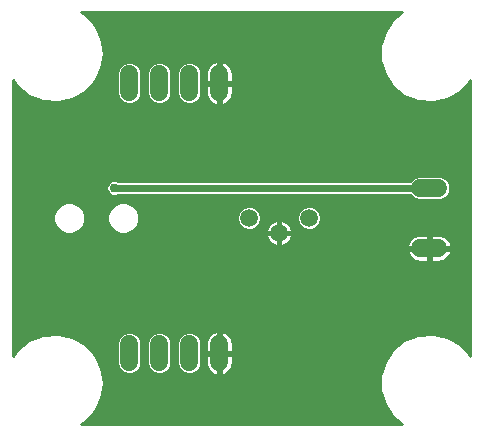
<source format=gbl>
G75*
%MOIN*%
%OFA0B0*%
%FSLAX25Y25*%
%IPPOS*%
%LPD*%
%AMOC8*
5,1,8,0,0,1.08239X$1,22.5*
%
%ADD10C,0.06000*%
%ADD11C,0.05906*%
%ADD12C,0.01000*%
%ADD13C,0.02978*%
%ADD14C,0.02400*%
D10*
X0082595Y0060933D02*
X0082595Y0066933D01*
X0092595Y0066933D02*
X0092595Y0060933D01*
X0102595Y0060933D02*
X0102595Y0066933D01*
X0112595Y0066933D02*
X0112595Y0060933D01*
X0179595Y0098933D02*
X0185595Y0098933D01*
X0185595Y0118933D02*
X0179595Y0118933D01*
X0112595Y0150933D02*
X0112595Y0156933D01*
X0102595Y0156933D02*
X0102595Y0150933D01*
X0092595Y0150933D02*
X0092595Y0156933D01*
X0082595Y0156933D02*
X0082595Y0150933D01*
D11*
X0122595Y0108933D03*
X0132595Y0103933D03*
X0142595Y0108933D03*
D12*
X0067883Y0041033D02*
X0066497Y0040233D01*
X0173606Y0040233D01*
X0170500Y0042710D01*
X0170500Y0042710D01*
X0170500Y0042710D01*
X0167729Y0046774D01*
X0167729Y0046774D01*
X0166279Y0051474D01*
X0166279Y0056392D01*
X0167729Y0061092D01*
X0167729Y0061092D01*
X0170500Y0065156D01*
X0170500Y0065156D01*
X0174345Y0068222D01*
X0174345Y0068222D01*
X0178924Y0070019D01*
X0178924Y0070019D01*
X0183828Y0070387D01*
X0183828Y0070387D01*
X0188623Y0069292D01*
X0188623Y0069292D01*
X0192883Y0066833D01*
X0192883Y0066833D01*
X0196228Y0063228D01*
X0196228Y0063228D01*
X0196295Y0063089D01*
X0196295Y0154778D01*
X0196228Y0154638D01*
X0196228Y0154638D01*
X0192883Y0151033D01*
X0192883Y0151033D01*
X0188623Y0148574D01*
X0188623Y0148574D01*
X0183828Y0147479D01*
X0183828Y0147479D01*
X0178924Y0147847D01*
X0178924Y0147847D01*
X0174345Y0149644D01*
X0174345Y0149644D01*
X0170500Y0152710D01*
X0170500Y0152710D01*
X0167729Y0156774D01*
X0167729Y0156774D01*
X0166279Y0161474D01*
X0166279Y0166392D01*
X0167729Y0171092D01*
X0167729Y0171092D01*
X0170500Y0175156D01*
X0170500Y0175156D01*
X0173606Y0177633D01*
X0066497Y0177633D01*
X0067883Y0176833D01*
X0067883Y0176833D01*
X0071228Y0173228D01*
X0071228Y0173228D01*
X0073362Y0168797D01*
X0073362Y0168797D01*
X0074095Y0163933D01*
X0073362Y0159070D01*
X0073362Y0159070D01*
X0071228Y0154638D01*
X0071228Y0154638D01*
X0067883Y0151033D01*
X0067883Y0151033D01*
X0063623Y0148574D01*
X0058828Y0147479D01*
X0053924Y0147847D01*
X0053924Y0147847D01*
X0049345Y0149644D01*
X0049345Y0149644D01*
X0045500Y0152710D01*
X0045500Y0152710D01*
X0045500Y0152710D01*
X0043895Y0155064D01*
X0043895Y0062802D01*
X0045500Y0065156D01*
X0045500Y0065156D01*
X0049345Y0068222D01*
X0049345Y0068222D01*
X0053924Y0070019D01*
X0053924Y0070019D01*
X0058828Y0070387D01*
X0058828Y0070387D01*
X0063623Y0069292D01*
X0067883Y0066833D01*
X0071228Y0063228D01*
X0071228Y0063228D01*
X0073362Y0058797D01*
X0073362Y0058797D01*
X0074095Y0053933D01*
X0073362Y0049070D01*
X0073362Y0049070D01*
X0071228Y0044638D01*
X0071228Y0044638D01*
X0067883Y0041033D01*
X0067883Y0041033D01*
X0067705Y0040930D02*
X0172732Y0040930D01*
X0171480Y0041929D02*
X0068714Y0041929D01*
X0069640Y0042927D02*
X0170352Y0042927D01*
X0169671Y0043926D02*
X0070567Y0043926D01*
X0071366Y0044924D02*
X0168990Y0044924D01*
X0168310Y0045923D02*
X0071847Y0045923D01*
X0072327Y0046921D02*
X0167684Y0046921D01*
X0167376Y0047920D02*
X0072808Y0047920D01*
X0073289Y0048918D02*
X0167068Y0048918D01*
X0166760Y0049917D02*
X0073490Y0049917D01*
X0073640Y0050915D02*
X0166452Y0050915D01*
X0166279Y0051914D02*
X0073791Y0051914D01*
X0073941Y0052912D02*
X0166279Y0052912D01*
X0166279Y0053911D02*
X0074092Y0053911D01*
X0073948Y0054909D02*
X0166279Y0054909D01*
X0166279Y0055908D02*
X0073798Y0055908D01*
X0073647Y0056906D02*
X0081603Y0056906D01*
X0081780Y0056833D02*
X0083411Y0056833D01*
X0084918Y0057457D01*
X0086071Y0058611D01*
X0086695Y0060118D01*
X0086695Y0067749D01*
X0086071Y0069256D01*
X0084918Y0070409D01*
X0083411Y0071033D01*
X0081780Y0071033D01*
X0080273Y0070409D01*
X0079119Y0069256D01*
X0078495Y0067749D01*
X0078495Y0060118D01*
X0079119Y0058611D01*
X0080273Y0057457D01*
X0081780Y0056833D01*
X0083587Y0056906D02*
X0091603Y0056906D01*
X0091780Y0056833D02*
X0093411Y0056833D01*
X0094918Y0057457D01*
X0096071Y0058611D01*
X0096695Y0060118D01*
X0096695Y0067749D01*
X0096071Y0069256D01*
X0094918Y0070409D01*
X0093411Y0071033D01*
X0091780Y0071033D01*
X0090273Y0070409D01*
X0089119Y0069256D01*
X0088495Y0067749D01*
X0088495Y0060118D01*
X0089119Y0058611D01*
X0090273Y0057457D01*
X0091780Y0056833D01*
X0093587Y0056906D02*
X0101603Y0056906D01*
X0101780Y0056833D02*
X0100273Y0057457D01*
X0099119Y0058611D01*
X0098495Y0060118D01*
X0098495Y0067749D01*
X0099119Y0069256D01*
X0100273Y0070409D01*
X0101780Y0071033D01*
X0103411Y0071033D01*
X0104918Y0070409D01*
X0106071Y0069256D01*
X0106695Y0067749D01*
X0106695Y0060118D01*
X0106071Y0058611D01*
X0104918Y0057457D01*
X0103411Y0056833D01*
X0101780Y0056833D01*
X0103587Y0056906D02*
X0110586Y0056906D01*
X0110868Y0056763D02*
X0111541Y0056544D01*
X0112095Y0056456D01*
X0112095Y0063433D01*
X0108095Y0063433D01*
X0108095Y0060579D01*
X0108206Y0059879D01*
X0108425Y0059206D01*
X0108746Y0058575D01*
X0109163Y0058002D01*
X0109664Y0057501D01*
X0110237Y0057084D01*
X0110868Y0056763D01*
X0112095Y0056906D02*
X0113095Y0056906D01*
X0113095Y0056456D02*
X0113649Y0056544D01*
X0114323Y0056763D01*
X0114954Y0057084D01*
X0115527Y0057501D01*
X0116028Y0058002D01*
X0116444Y0058575D01*
X0116765Y0059206D01*
X0116984Y0059879D01*
X0117095Y0060579D01*
X0117095Y0063433D01*
X0113095Y0063433D01*
X0113095Y0056456D01*
X0113095Y0057905D02*
X0112095Y0057905D01*
X0112095Y0058903D02*
X0113095Y0058903D01*
X0113095Y0059902D02*
X0112095Y0059902D01*
X0112095Y0060900D02*
X0113095Y0060900D01*
X0113095Y0061899D02*
X0112095Y0061899D01*
X0112095Y0062897D02*
X0113095Y0062897D01*
X0113095Y0063433D02*
X0112095Y0063433D01*
X0112095Y0064433D01*
X0108095Y0064433D01*
X0108095Y0067287D01*
X0108206Y0067987D01*
X0108425Y0068660D01*
X0108746Y0069292D01*
X0109163Y0069865D01*
X0109664Y0070365D01*
X0110237Y0070782D01*
X0110868Y0071103D01*
X0111541Y0071322D01*
X0112095Y0071410D01*
X0112095Y0064433D01*
X0113095Y0064433D01*
X0113095Y0071410D01*
X0113649Y0071322D01*
X0114323Y0071103D01*
X0114954Y0070782D01*
X0115527Y0070365D01*
X0116028Y0069865D01*
X0116444Y0069292D01*
X0116765Y0068660D01*
X0116984Y0067987D01*
X0117095Y0067287D01*
X0117095Y0064433D01*
X0113095Y0064433D01*
X0113095Y0063433D01*
X0113095Y0063896D02*
X0169641Y0063896D01*
X0170321Y0064894D02*
X0117095Y0064894D01*
X0117095Y0065893D02*
X0171424Y0065893D01*
X0170500Y0065156D02*
X0170500Y0065156D01*
X0168960Y0062897D02*
X0117095Y0062897D01*
X0117095Y0061899D02*
X0168279Y0061899D01*
X0167670Y0060900D02*
X0117095Y0060900D01*
X0116988Y0059902D02*
X0167362Y0059902D01*
X0167054Y0058903D02*
X0116611Y0058903D01*
X0115931Y0057905D02*
X0166746Y0057905D01*
X0166438Y0056906D02*
X0114604Y0056906D01*
X0109259Y0057905D02*
X0105365Y0057905D01*
X0106192Y0058903D02*
X0108579Y0058903D01*
X0108202Y0059902D02*
X0106606Y0059902D01*
X0106695Y0060900D02*
X0108095Y0060900D01*
X0108095Y0061899D02*
X0106695Y0061899D01*
X0106695Y0062897D02*
X0108095Y0062897D01*
X0106695Y0063896D02*
X0112095Y0063896D01*
X0112095Y0064894D02*
X0113095Y0064894D01*
X0113095Y0065893D02*
X0112095Y0065893D01*
X0112095Y0066891D02*
X0113095Y0066891D01*
X0113095Y0067890D02*
X0112095Y0067890D01*
X0112095Y0068888D02*
X0113095Y0068888D01*
X0113095Y0069887D02*
X0112095Y0069887D01*
X0112095Y0070885D02*
X0113095Y0070885D01*
X0114750Y0070885D02*
X0196295Y0070885D01*
X0196295Y0069887D02*
X0186019Y0069887D01*
X0189323Y0068888D02*
X0196295Y0068888D01*
X0196295Y0067890D02*
X0191053Y0067890D01*
X0192782Y0066891D02*
X0196295Y0066891D01*
X0196295Y0065893D02*
X0193755Y0065893D01*
X0194682Y0064894D02*
X0196295Y0064894D01*
X0196295Y0063896D02*
X0195608Y0063896D01*
X0196295Y0071884D02*
X0043895Y0071884D01*
X0043895Y0072882D02*
X0196295Y0072882D01*
X0196295Y0073881D02*
X0043895Y0073881D01*
X0043895Y0074879D02*
X0196295Y0074879D01*
X0196295Y0075878D02*
X0043895Y0075878D01*
X0043895Y0076877D02*
X0196295Y0076877D01*
X0196295Y0077875D02*
X0043895Y0077875D01*
X0043895Y0078874D02*
X0196295Y0078874D01*
X0196295Y0079872D02*
X0043895Y0079872D01*
X0043895Y0080871D02*
X0196295Y0080871D01*
X0196295Y0081869D02*
X0043895Y0081869D01*
X0043895Y0082868D02*
X0196295Y0082868D01*
X0196295Y0083866D02*
X0043895Y0083866D01*
X0043895Y0084865D02*
X0196295Y0084865D01*
X0196295Y0085863D02*
X0043895Y0085863D01*
X0043895Y0086862D02*
X0196295Y0086862D01*
X0196295Y0087860D02*
X0043895Y0087860D01*
X0043895Y0088859D02*
X0196295Y0088859D01*
X0196295Y0089857D02*
X0043895Y0089857D01*
X0043895Y0090856D02*
X0196295Y0090856D01*
X0196295Y0091854D02*
X0043895Y0091854D01*
X0043895Y0092853D02*
X0196295Y0092853D01*
X0196295Y0093851D02*
X0043895Y0093851D01*
X0043895Y0094850D02*
X0177697Y0094850D01*
X0177868Y0094763D02*
X0178541Y0094544D01*
X0179241Y0094433D01*
X0182095Y0094433D01*
X0182095Y0098433D01*
X0175118Y0098433D01*
X0175206Y0097879D01*
X0175425Y0097206D01*
X0175746Y0096575D01*
X0176163Y0096002D01*
X0176664Y0095501D01*
X0177237Y0095084D01*
X0177868Y0094763D01*
X0176316Y0095848D02*
X0043895Y0095848D01*
X0043895Y0096847D02*
X0175608Y0096847D01*
X0175217Y0097845D02*
X0043895Y0097845D01*
X0043895Y0098844D02*
X0182095Y0098844D01*
X0182095Y0098433D02*
X0182095Y0099433D01*
X0175118Y0099433D01*
X0175206Y0099987D01*
X0175425Y0100660D01*
X0175746Y0101292D01*
X0176163Y0101865D01*
X0176664Y0102365D01*
X0177237Y0102782D01*
X0177868Y0103103D01*
X0178541Y0103322D01*
X0179241Y0103433D01*
X0182095Y0103433D01*
X0182095Y0099433D01*
X0183095Y0099433D01*
X0183095Y0103433D01*
X0185949Y0103433D01*
X0186649Y0103322D01*
X0187323Y0103103D01*
X0187954Y0102782D01*
X0188527Y0102365D01*
X0189028Y0101865D01*
X0189444Y0101292D01*
X0189765Y0100660D01*
X0189984Y0099987D01*
X0190072Y0099433D01*
X0183095Y0099433D01*
X0183095Y0098433D01*
X0183095Y0094433D01*
X0185949Y0094433D01*
X0186649Y0094544D01*
X0187323Y0094763D01*
X0187954Y0095084D01*
X0188527Y0095501D01*
X0189028Y0096002D01*
X0189444Y0096575D01*
X0189765Y0097206D01*
X0189984Y0097879D01*
X0190072Y0098433D01*
X0183095Y0098433D01*
X0182095Y0098433D01*
X0182095Y0097845D02*
X0183095Y0097845D01*
X0183095Y0096847D02*
X0182095Y0096847D01*
X0182095Y0095848D02*
X0183095Y0095848D01*
X0183095Y0094850D02*
X0182095Y0094850D01*
X0183095Y0098844D02*
X0196295Y0098844D01*
X0196295Y0099842D02*
X0190007Y0099842D01*
X0189674Y0100841D02*
X0196295Y0100841D01*
X0196295Y0101839D02*
X0189046Y0101839D01*
X0187844Y0102838D02*
X0196295Y0102838D01*
X0196295Y0103836D02*
X0132981Y0103836D01*
X0132981Y0103547D02*
X0132981Y0104319D01*
X0132209Y0104319D01*
X0132209Y0103547D01*
X0128148Y0103547D01*
X0128252Y0102890D01*
X0128469Y0102224D01*
X0128787Y0101599D01*
X0129199Y0101032D01*
X0129694Y0100537D01*
X0130261Y0100125D01*
X0130886Y0099807D01*
X0131552Y0099590D01*
X0132209Y0099486D01*
X0132209Y0103547D01*
X0132981Y0103547D01*
X0132981Y0099486D01*
X0133638Y0099590D01*
X0134304Y0099807D01*
X0134929Y0100125D01*
X0135496Y0100537D01*
X0135991Y0101032D01*
X0136403Y0101599D01*
X0136722Y0102224D01*
X0136938Y0102890D01*
X0137042Y0103547D01*
X0132981Y0103547D01*
X0132981Y0102838D02*
X0132209Y0102838D01*
X0132209Y0103836D02*
X0082140Y0103836D01*
X0081649Y0103633D02*
X0083597Y0104440D01*
X0085088Y0105931D01*
X0085895Y0107879D01*
X0085895Y0109987D01*
X0085088Y0111935D01*
X0083597Y0113426D01*
X0081649Y0114233D01*
X0079541Y0114233D01*
X0077593Y0113426D01*
X0076102Y0111935D01*
X0075295Y0109987D01*
X0075295Y0107879D01*
X0076102Y0105931D01*
X0077593Y0104440D01*
X0079541Y0103633D01*
X0081649Y0103633D01*
X0079050Y0103836D02*
X0064140Y0103836D01*
X0063649Y0103633D02*
X0065597Y0104440D01*
X0067088Y0105931D01*
X0067895Y0107879D01*
X0067895Y0109987D01*
X0067088Y0111935D01*
X0065597Y0113426D01*
X0063649Y0114233D01*
X0061541Y0114233D01*
X0059593Y0113426D01*
X0058102Y0111935D01*
X0057295Y0109987D01*
X0057295Y0107879D01*
X0058102Y0105931D01*
X0059593Y0104440D01*
X0061541Y0103633D01*
X0063649Y0103633D01*
X0061050Y0103836D02*
X0043895Y0103836D01*
X0043895Y0102838D02*
X0128269Y0102838D01*
X0128665Y0101839D02*
X0043895Y0101839D01*
X0043895Y0100841D02*
X0129390Y0100841D01*
X0130816Y0099842D02*
X0043895Y0099842D01*
X0043895Y0104835D02*
X0059198Y0104835D01*
X0058200Y0105833D02*
X0043895Y0105833D01*
X0043895Y0106832D02*
X0057729Y0106832D01*
X0057315Y0107830D02*
X0043895Y0107830D01*
X0043895Y0108829D02*
X0057295Y0108829D01*
X0057295Y0109827D02*
X0043895Y0109827D01*
X0043895Y0110826D02*
X0057642Y0110826D01*
X0058056Y0111824D02*
X0043895Y0111824D01*
X0043895Y0112823D02*
X0058990Y0112823D01*
X0060547Y0113821D02*
X0043895Y0113821D01*
X0043895Y0114820D02*
X0196295Y0114820D01*
X0196295Y0115818D02*
X0188279Y0115818D01*
X0187918Y0115457D02*
X0189071Y0116611D01*
X0189695Y0118118D01*
X0189695Y0119749D01*
X0189071Y0121256D01*
X0187918Y0122409D01*
X0186411Y0123033D01*
X0178780Y0123033D01*
X0177273Y0122409D01*
X0176119Y0121256D01*
X0176110Y0121233D01*
X0078808Y0121233D01*
X0078110Y0121522D01*
X0077080Y0121522D01*
X0076129Y0121128D01*
X0075400Y0120400D01*
X0075006Y0119448D01*
X0075006Y0118418D01*
X0075400Y0117467D01*
X0076129Y0116738D01*
X0077080Y0116344D01*
X0078110Y0116344D01*
X0078808Y0116633D01*
X0176110Y0116633D01*
X0176119Y0116611D01*
X0177273Y0115457D01*
X0178780Y0114833D01*
X0186411Y0114833D01*
X0187918Y0115457D01*
X0189156Y0116817D02*
X0196295Y0116817D01*
X0196295Y0117815D02*
X0189570Y0117815D01*
X0189695Y0118814D02*
X0196295Y0118814D01*
X0196295Y0119812D02*
X0189669Y0119812D01*
X0189255Y0120811D02*
X0196295Y0120811D01*
X0196295Y0121810D02*
X0188517Y0121810D01*
X0186954Y0122808D02*
X0196295Y0122808D01*
X0196295Y0123807D02*
X0043895Y0123807D01*
X0043895Y0124805D02*
X0196295Y0124805D01*
X0196295Y0125804D02*
X0043895Y0125804D01*
X0043895Y0126802D02*
X0196295Y0126802D01*
X0196295Y0127801D02*
X0043895Y0127801D01*
X0043895Y0128799D02*
X0196295Y0128799D01*
X0196295Y0129798D02*
X0043895Y0129798D01*
X0043895Y0130796D02*
X0196295Y0130796D01*
X0196295Y0131795D02*
X0043895Y0131795D01*
X0043895Y0132793D02*
X0196295Y0132793D01*
X0196295Y0133792D02*
X0043895Y0133792D01*
X0043895Y0134790D02*
X0196295Y0134790D01*
X0196295Y0135789D02*
X0043895Y0135789D01*
X0043895Y0136787D02*
X0196295Y0136787D01*
X0196295Y0137786D02*
X0043895Y0137786D01*
X0043895Y0138784D02*
X0196295Y0138784D01*
X0196295Y0139783D02*
X0043895Y0139783D01*
X0043895Y0140781D02*
X0196295Y0140781D01*
X0196295Y0141780D02*
X0043895Y0141780D01*
X0043895Y0142778D02*
X0196295Y0142778D01*
X0196295Y0143777D02*
X0043895Y0143777D01*
X0043895Y0144775D02*
X0196295Y0144775D01*
X0196295Y0145774D02*
X0043895Y0145774D01*
X0043895Y0146772D02*
X0110849Y0146772D01*
X0110868Y0146763D02*
X0111541Y0146544D01*
X0112095Y0146456D01*
X0112095Y0153433D01*
X0108095Y0153433D01*
X0108095Y0150579D01*
X0108206Y0149879D01*
X0108425Y0149206D01*
X0108746Y0148575D01*
X0109163Y0148002D01*
X0109664Y0147501D01*
X0110237Y0147084D01*
X0110868Y0146763D01*
X0112095Y0146772D02*
X0113095Y0146772D01*
X0113095Y0146456D02*
X0113649Y0146544D01*
X0114323Y0146763D01*
X0114954Y0147084D01*
X0115527Y0147501D01*
X0116028Y0148002D01*
X0116444Y0148575D01*
X0116765Y0149206D01*
X0116984Y0149879D01*
X0117095Y0150579D01*
X0117095Y0153433D01*
X0113095Y0153433D01*
X0113095Y0146456D01*
X0114341Y0146772D02*
X0196295Y0146772D01*
X0196295Y0147771D02*
X0185106Y0147771D01*
X0188962Y0148769D02*
X0196295Y0148769D01*
X0196295Y0149768D02*
X0190692Y0149768D01*
X0192421Y0150766D02*
X0196295Y0150766D01*
X0196295Y0151765D02*
X0193562Y0151765D01*
X0194488Y0152763D02*
X0196295Y0152763D01*
X0196295Y0153762D02*
X0195415Y0153762D01*
X0196287Y0154760D02*
X0196295Y0154760D01*
X0179937Y0147771D02*
X0115797Y0147771D01*
X0116543Y0148769D02*
X0176573Y0148769D01*
X0174189Y0149768D02*
X0116948Y0149768D01*
X0117095Y0150766D02*
X0172937Y0150766D01*
X0171685Y0151765D02*
X0117095Y0151765D01*
X0117095Y0152763D02*
X0170464Y0152763D01*
X0169783Y0153762D02*
X0113095Y0153762D01*
X0113095Y0153433D02*
X0113095Y0154433D01*
X0112095Y0154433D01*
X0112095Y0153433D01*
X0113095Y0153433D01*
X0113095Y0152763D02*
X0112095Y0152763D01*
X0112095Y0151765D02*
X0113095Y0151765D01*
X0113095Y0150766D02*
X0112095Y0150766D01*
X0112095Y0149768D02*
X0113095Y0149768D01*
X0113095Y0148769D02*
X0112095Y0148769D01*
X0112095Y0147771D02*
X0113095Y0147771D01*
X0109393Y0147771D02*
X0105231Y0147771D01*
X0104918Y0147457D02*
X0106071Y0148611D01*
X0106695Y0150118D01*
X0106695Y0157749D01*
X0106071Y0159256D01*
X0104918Y0160409D01*
X0103411Y0161033D01*
X0101780Y0161033D01*
X0100273Y0160409D01*
X0099119Y0159256D01*
X0098495Y0157749D01*
X0098495Y0150118D01*
X0099119Y0148611D01*
X0100273Y0147457D01*
X0101780Y0146833D01*
X0103411Y0146833D01*
X0104918Y0147457D01*
X0106137Y0148769D02*
X0108647Y0148769D01*
X0108242Y0149768D02*
X0106550Y0149768D01*
X0106695Y0150766D02*
X0108095Y0150766D01*
X0108095Y0151765D02*
X0106695Y0151765D01*
X0106695Y0152763D02*
X0108095Y0152763D01*
X0108095Y0154433D02*
X0112095Y0154433D01*
X0112095Y0161410D01*
X0111541Y0161322D01*
X0110868Y0161103D01*
X0110237Y0160782D01*
X0109664Y0160365D01*
X0109163Y0159865D01*
X0108746Y0159292D01*
X0108425Y0158660D01*
X0108206Y0157987D01*
X0108095Y0157287D01*
X0108095Y0154433D01*
X0108095Y0154760D02*
X0106695Y0154760D01*
X0106695Y0153762D02*
X0112095Y0153762D01*
X0112095Y0154760D02*
X0113095Y0154760D01*
X0113095Y0154433D02*
X0113095Y0161410D01*
X0113649Y0161322D01*
X0114323Y0161103D01*
X0114954Y0160782D01*
X0115527Y0160365D01*
X0116028Y0159865D01*
X0116444Y0159292D01*
X0116765Y0158660D01*
X0116984Y0157987D01*
X0117095Y0157287D01*
X0117095Y0154433D01*
X0113095Y0154433D01*
X0113095Y0155759D02*
X0112095Y0155759D01*
X0112095Y0156757D02*
X0113095Y0156757D01*
X0113095Y0157756D02*
X0112095Y0157756D01*
X0112095Y0158754D02*
X0113095Y0158754D01*
X0113095Y0159753D02*
X0112095Y0159753D01*
X0112095Y0160751D02*
X0113095Y0160751D01*
X0114995Y0160751D02*
X0166502Y0160751D01*
X0166279Y0161750D02*
X0073766Y0161750D01*
X0073917Y0162748D02*
X0166279Y0162748D01*
X0166279Y0163747D02*
X0074067Y0163747D01*
X0073973Y0164745D02*
X0166279Y0164745D01*
X0166279Y0165744D02*
X0073822Y0165744D01*
X0073672Y0166743D02*
X0166387Y0166743D01*
X0166695Y0167741D02*
X0073521Y0167741D01*
X0073371Y0168740D02*
X0167003Y0168740D01*
X0167311Y0169738D02*
X0072909Y0169738D01*
X0072428Y0170737D02*
X0167619Y0170737D01*
X0168168Y0171735D02*
X0071947Y0171735D01*
X0071466Y0172734D02*
X0168848Y0172734D01*
X0169529Y0173732D02*
X0070760Y0173732D01*
X0069834Y0174731D02*
X0170210Y0174731D01*
X0171219Y0175729D02*
X0068907Y0175729D01*
X0067981Y0176728D02*
X0172471Y0176728D01*
X0166810Y0159753D02*
X0116109Y0159753D01*
X0116718Y0158754D02*
X0167118Y0158754D01*
X0167426Y0157756D02*
X0117021Y0157756D01*
X0117095Y0156757D02*
X0167740Y0156757D01*
X0168421Y0155759D02*
X0117095Y0155759D01*
X0117095Y0154760D02*
X0169102Y0154760D01*
X0178236Y0122808D02*
X0043895Y0122808D01*
X0043895Y0121810D02*
X0176673Y0121810D01*
X0176911Y0115818D02*
X0043895Y0115818D01*
X0043895Y0116817D02*
X0076050Y0116817D01*
X0075256Y0117815D02*
X0043895Y0117815D01*
X0043895Y0118814D02*
X0075006Y0118814D01*
X0075157Y0119812D02*
X0043895Y0119812D01*
X0043895Y0120811D02*
X0075812Y0120811D01*
X0078547Y0113821D02*
X0064643Y0113821D01*
X0066201Y0112823D02*
X0076990Y0112823D01*
X0076056Y0111824D02*
X0067134Y0111824D01*
X0067548Y0110826D02*
X0075642Y0110826D01*
X0075295Y0109827D02*
X0067895Y0109827D01*
X0067895Y0108829D02*
X0075295Y0108829D01*
X0075315Y0107830D02*
X0067875Y0107830D01*
X0067461Y0106832D02*
X0075729Y0106832D01*
X0076200Y0105833D02*
X0066991Y0105833D01*
X0065992Y0104835D02*
X0077198Y0104835D01*
X0083992Y0104835D02*
X0128230Y0104835D01*
X0128252Y0104976D02*
X0128148Y0104319D01*
X0132209Y0104319D01*
X0132209Y0108380D01*
X0131552Y0108276D01*
X0130886Y0108060D01*
X0130261Y0107741D01*
X0129694Y0107329D01*
X0129199Y0106834D01*
X0128787Y0106267D01*
X0128469Y0105642D01*
X0128252Y0104976D01*
X0128566Y0105833D02*
X0125227Y0105833D01*
X0124891Y0105497D02*
X0126031Y0106637D01*
X0126648Y0108127D01*
X0126648Y0109739D01*
X0126031Y0111229D01*
X0124891Y0112369D01*
X0123401Y0112986D01*
X0121789Y0112986D01*
X0120299Y0112369D01*
X0119159Y0111229D01*
X0118542Y0109739D01*
X0118542Y0108127D01*
X0119159Y0106637D01*
X0120299Y0105497D01*
X0121789Y0104880D01*
X0123401Y0104880D01*
X0124891Y0105497D01*
X0126111Y0106832D02*
X0129197Y0106832D01*
X0130436Y0107830D02*
X0126525Y0107830D01*
X0126648Y0108829D02*
X0138542Y0108829D01*
X0138542Y0108127D02*
X0138542Y0109739D01*
X0139159Y0111229D01*
X0140299Y0112369D01*
X0141789Y0112986D01*
X0143401Y0112986D01*
X0144891Y0112369D01*
X0146031Y0111229D01*
X0146648Y0109739D01*
X0146648Y0108127D01*
X0146031Y0106637D01*
X0144891Y0105497D01*
X0143401Y0104880D01*
X0141789Y0104880D01*
X0140299Y0105497D01*
X0139159Y0106637D01*
X0138542Y0108127D01*
X0138665Y0107830D02*
X0134754Y0107830D01*
X0134929Y0107741D02*
X0134304Y0108060D01*
X0133638Y0108276D01*
X0132981Y0108380D01*
X0132981Y0104319D01*
X0137042Y0104319D01*
X0136938Y0104976D01*
X0136722Y0105642D01*
X0136403Y0106267D01*
X0135991Y0106834D01*
X0135496Y0107329D01*
X0134929Y0107741D01*
X0135993Y0106832D02*
X0139079Y0106832D01*
X0139963Y0105833D02*
X0136624Y0105833D01*
X0136961Y0104835D02*
X0196295Y0104835D01*
X0196295Y0105833D02*
X0145227Y0105833D01*
X0146111Y0106832D02*
X0196295Y0106832D01*
X0196295Y0107830D02*
X0146525Y0107830D01*
X0146648Y0108829D02*
X0196295Y0108829D01*
X0196295Y0109827D02*
X0146611Y0109827D01*
X0146198Y0110826D02*
X0196295Y0110826D01*
X0196295Y0111824D02*
X0145435Y0111824D01*
X0143795Y0112823D02*
X0196295Y0112823D01*
X0196295Y0113821D02*
X0082643Y0113821D01*
X0084201Y0112823D02*
X0121396Y0112823D01*
X0119755Y0111824D02*
X0085134Y0111824D01*
X0085548Y0110826D02*
X0118993Y0110826D01*
X0118579Y0109827D02*
X0085895Y0109827D01*
X0085895Y0108829D02*
X0118542Y0108829D01*
X0118665Y0107830D02*
X0085875Y0107830D01*
X0085461Y0106832D02*
X0119079Y0106832D01*
X0119963Y0105833D02*
X0084991Y0105833D01*
X0083767Y0070885D02*
X0091423Y0070885D01*
X0089751Y0069887D02*
X0085440Y0069887D01*
X0086223Y0068888D02*
X0088967Y0068888D01*
X0088554Y0067890D02*
X0086637Y0067890D01*
X0086695Y0066891D02*
X0088495Y0066891D01*
X0088495Y0065893D02*
X0086695Y0065893D01*
X0086695Y0064894D02*
X0088495Y0064894D01*
X0088495Y0063896D02*
X0086695Y0063896D01*
X0086695Y0062897D02*
X0088495Y0062897D01*
X0088495Y0061899D02*
X0086695Y0061899D01*
X0086695Y0060900D02*
X0088495Y0060900D01*
X0088584Y0059902D02*
X0086606Y0059902D01*
X0086192Y0058903D02*
X0088998Y0058903D01*
X0089825Y0057905D02*
X0085365Y0057905D01*
X0079825Y0057905D02*
X0073496Y0057905D01*
X0073311Y0058903D02*
X0078998Y0058903D01*
X0078584Y0059902D02*
X0072830Y0059902D01*
X0072349Y0060900D02*
X0078495Y0060900D01*
X0078495Y0061899D02*
X0071868Y0061899D01*
X0071387Y0062897D02*
X0078495Y0062897D01*
X0078495Y0063896D02*
X0070608Y0063896D01*
X0069682Y0064894D02*
X0078495Y0064894D01*
X0078495Y0065893D02*
X0068755Y0065893D01*
X0067782Y0066891D02*
X0078495Y0066891D01*
X0078554Y0067890D02*
X0066053Y0067890D01*
X0064323Y0068888D02*
X0078967Y0068888D01*
X0079751Y0069887D02*
X0061019Y0069887D01*
X0053586Y0069887D02*
X0043895Y0069887D01*
X0043895Y0070885D02*
X0081423Y0070885D01*
X0093767Y0070885D02*
X0101423Y0070885D01*
X0099751Y0069887D02*
X0095440Y0069887D01*
X0096223Y0068888D02*
X0098967Y0068888D01*
X0098554Y0067890D02*
X0096637Y0067890D01*
X0096695Y0066891D02*
X0098495Y0066891D01*
X0098495Y0065893D02*
X0096695Y0065893D01*
X0096695Y0064894D02*
X0098495Y0064894D01*
X0098495Y0063896D02*
X0096695Y0063896D01*
X0096695Y0062897D02*
X0098495Y0062897D01*
X0098495Y0061899D02*
X0096695Y0061899D01*
X0096695Y0060900D02*
X0098495Y0060900D01*
X0098584Y0059902D02*
X0096606Y0059902D01*
X0096192Y0058903D02*
X0098998Y0058903D01*
X0099825Y0057905D02*
X0095365Y0057905D01*
X0106695Y0064894D02*
X0108095Y0064894D01*
X0108095Y0065893D02*
X0106695Y0065893D01*
X0106695Y0066891D02*
X0108095Y0066891D01*
X0108191Y0067890D02*
X0106637Y0067890D01*
X0106223Y0068888D02*
X0108541Y0068888D01*
X0109185Y0069887D02*
X0105440Y0069887D01*
X0103767Y0070885D02*
X0110440Y0070885D01*
X0116005Y0069887D02*
X0178586Y0069887D01*
X0176042Y0068888D02*
X0116649Y0068888D01*
X0117000Y0067890D02*
X0173928Y0067890D01*
X0172676Y0066891D02*
X0117095Y0066891D01*
X0132209Y0099842D02*
X0132981Y0099842D01*
X0132981Y0100841D02*
X0132209Y0100841D01*
X0132209Y0101839D02*
X0132981Y0101839D01*
X0134374Y0099842D02*
X0175183Y0099842D01*
X0175517Y0100841D02*
X0135800Y0100841D01*
X0136526Y0101839D02*
X0176144Y0101839D01*
X0177347Y0102838D02*
X0136921Y0102838D01*
X0132981Y0104835D02*
X0132209Y0104835D01*
X0132209Y0105833D02*
X0132981Y0105833D01*
X0132981Y0106832D02*
X0132209Y0106832D01*
X0132209Y0107830D02*
X0132981Y0107830D01*
X0138579Y0109827D02*
X0126611Y0109827D01*
X0126198Y0110826D02*
X0138993Y0110826D01*
X0139755Y0111824D02*
X0125435Y0111824D01*
X0123795Y0112823D02*
X0141396Y0112823D01*
X0182095Y0102838D02*
X0183095Y0102838D01*
X0183095Y0101839D02*
X0182095Y0101839D01*
X0182095Y0100841D02*
X0183095Y0100841D01*
X0183095Y0099842D02*
X0182095Y0099842D01*
X0187493Y0094850D02*
X0196295Y0094850D01*
X0196295Y0095848D02*
X0188874Y0095848D01*
X0189583Y0096847D02*
X0196295Y0096847D01*
X0196295Y0097845D02*
X0189973Y0097845D01*
X0110195Y0160751D02*
X0104091Y0160751D01*
X0105574Y0159753D02*
X0109082Y0159753D01*
X0108473Y0158754D02*
X0106279Y0158754D01*
X0106692Y0157756D02*
X0108169Y0157756D01*
X0108095Y0156757D02*
X0106695Y0156757D01*
X0106695Y0155759D02*
X0108095Y0155759D01*
X0101100Y0160751D02*
X0094091Y0160751D01*
X0093411Y0161033D02*
X0091780Y0161033D01*
X0090273Y0160409D01*
X0089119Y0159256D01*
X0088495Y0157749D01*
X0088495Y0150118D01*
X0089119Y0148611D01*
X0090273Y0147457D01*
X0091780Y0146833D01*
X0093411Y0146833D01*
X0094918Y0147457D01*
X0096071Y0148611D01*
X0096695Y0150118D01*
X0096695Y0157749D01*
X0096071Y0159256D01*
X0094918Y0160409D01*
X0093411Y0161033D01*
X0091100Y0160751D02*
X0084091Y0160751D01*
X0083411Y0161033D02*
X0081780Y0161033D01*
X0080273Y0160409D01*
X0079119Y0159256D01*
X0078495Y0157749D01*
X0078495Y0150118D01*
X0079119Y0148611D01*
X0080273Y0147457D01*
X0081780Y0146833D01*
X0083411Y0146833D01*
X0084918Y0147457D01*
X0086071Y0148611D01*
X0086695Y0150118D01*
X0086695Y0157749D01*
X0086071Y0159256D01*
X0084918Y0160409D01*
X0083411Y0161033D01*
X0081100Y0160751D02*
X0073616Y0160751D01*
X0073465Y0159753D02*
X0079617Y0159753D01*
X0078912Y0158754D02*
X0073210Y0158754D01*
X0072729Y0157756D02*
X0078498Y0157756D01*
X0078495Y0156757D02*
X0072249Y0156757D01*
X0071768Y0155759D02*
X0078495Y0155759D01*
X0078495Y0154760D02*
X0071287Y0154760D01*
X0070415Y0153762D02*
X0078495Y0153762D01*
X0078495Y0152763D02*
X0069488Y0152763D01*
X0068562Y0151765D02*
X0078495Y0151765D01*
X0078495Y0150766D02*
X0067421Y0150766D01*
X0065692Y0149768D02*
X0078640Y0149768D01*
X0079054Y0148769D02*
X0063962Y0148769D01*
X0060106Y0147771D02*
X0079959Y0147771D01*
X0085231Y0147771D02*
X0089959Y0147771D01*
X0089054Y0148769D02*
X0086137Y0148769D01*
X0086550Y0149768D02*
X0088640Y0149768D01*
X0088495Y0150766D02*
X0086695Y0150766D01*
X0086695Y0151765D02*
X0088495Y0151765D01*
X0088495Y0152763D02*
X0086695Y0152763D01*
X0086695Y0153762D02*
X0088495Y0153762D01*
X0088495Y0154760D02*
X0086695Y0154760D01*
X0086695Y0155759D02*
X0088495Y0155759D01*
X0088495Y0156757D02*
X0086695Y0156757D01*
X0086692Y0157756D02*
X0088498Y0157756D01*
X0088912Y0158754D02*
X0086279Y0158754D01*
X0085574Y0159753D02*
X0089617Y0159753D01*
X0095574Y0159753D02*
X0099617Y0159753D01*
X0098912Y0158754D02*
X0096279Y0158754D01*
X0096692Y0157756D02*
X0098498Y0157756D01*
X0098495Y0156757D02*
X0096695Y0156757D01*
X0096695Y0155759D02*
X0098495Y0155759D01*
X0098495Y0154760D02*
X0096695Y0154760D01*
X0096695Y0153762D02*
X0098495Y0153762D01*
X0098495Y0152763D02*
X0096695Y0152763D01*
X0096695Y0151765D02*
X0098495Y0151765D01*
X0098495Y0150766D02*
X0096695Y0150766D01*
X0096550Y0149768D02*
X0098640Y0149768D01*
X0099054Y0148769D02*
X0096137Y0148769D01*
X0095231Y0147771D02*
X0099959Y0147771D01*
X0054937Y0147771D02*
X0043895Y0147771D01*
X0043895Y0148769D02*
X0051573Y0148769D01*
X0049189Y0149768D02*
X0043895Y0149768D01*
X0043895Y0150766D02*
X0047937Y0150766D01*
X0046685Y0151765D02*
X0043895Y0151765D01*
X0043895Y0152763D02*
X0045464Y0152763D01*
X0044783Y0153762D02*
X0043895Y0153762D01*
X0043895Y0154760D02*
X0044102Y0154760D01*
X0043895Y0068888D02*
X0051042Y0068888D01*
X0048928Y0067890D02*
X0043895Y0067890D01*
X0043895Y0066891D02*
X0047676Y0066891D01*
X0046424Y0065893D02*
X0043895Y0065893D01*
X0043895Y0064894D02*
X0045321Y0064894D01*
X0045500Y0065156D02*
X0045500Y0065156D01*
X0044641Y0063896D02*
X0043895Y0063896D01*
X0043895Y0062897D02*
X0043960Y0062897D01*
D13*
X0077595Y0118933D03*
D14*
X0182595Y0118933D01*
M02*

</source>
